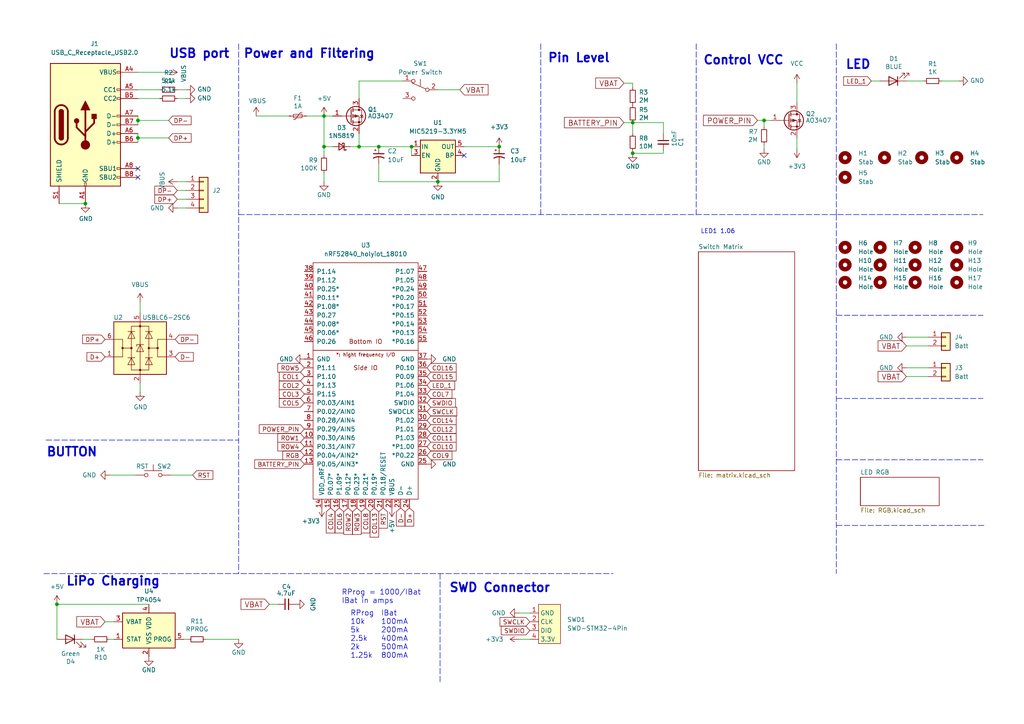
<source format=kicad_sch>
(kicad_sch (version 20211123) (generator eeschema)
  (paper "A4")
  (lib_symbols
    (symbol "Battery_Management:MCP73831-3-OT" (pin_names (offset 1.016))
      (property "Reference" "U" (at -7.62 6.35 0))
      (property "Value" "MCP73831-3-OT" (at 1.27 6.35 0))
      (symbol "MCP73831-3-OT_1_1"
        (pin output line (at 10.16 -2.54 180) (length 2.54) (name "STAT") (number "1"))
        (pin power_in line (at 0 -7.62 90) (length 2.54) (name "VSS") (number "2"))
        (pin power_out line (at 10.16 2.54 180) (length 2.54) (name "VBAT") (number "3"))
        (pin power_in line (at 0 7.62 270) (length 2.54) (name "VDD") (number "4"))
        (pin input line (at -10.16 -2.54 0) (length 2.54) (name "PROG") (number "5"))
      )
    )
    (symbol "Connector:USB_C_Receptacle_USB2.0" (pin_names (offset 1.016))
      (property "Reference" "J" (at -10.16 19.05 0))
      (property "Value" "USB_C_Receptacle_USB2.0" (at 19.05 19.05 0))
      (symbol "USB_C_Receptacle_USB2.0_1_1"
        (pin passive line (at 0 -22.86 90) (length 5.08) (name "GND") (number "A1"))
        (pin passive line (at 0 -22.86 90) (length 5.08) hide (name "GND") (number "A12"))
        (pin passive line (at 15.24 15.24 180) (length 5.08) (name "VBUS") (number "A4"))
        (pin bidirectional line (at 15.24 10.16 180) (length 5.08) (name "CC1") (number "A5"))
        (pin bidirectional line (at 15.24 -2.54 180) (length 5.08) (name "D+") (number "A6"))
        (pin bidirectional line (at 15.24 2.54 180) (length 5.08) (name "D-") (number "A7"))
        (pin bidirectional line (at 15.24 -12.7 180) (length 5.08) (name "SBU1") (number "A8"))
        (pin passive line (at 15.24 15.24 180) (length 5.08) hide (name "VBUS") (number "A9"))
        (pin passive line (at 0 -22.86 90) (length 5.08) hide (name "GND") (number "B1"))
        (pin passive line (at 0 -22.86 90) (length 5.08) hide (name "GND") (number "B12"))
        (pin passive line (at 15.24 15.24 180) (length 5.08) hide (name "VBUS") (number "B4"))
        (pin bidirectional line (at 15.24 7.62 180) (length 5.08) (name "CC2") (number "B5"))
        (pin bidirectional line (at 15.24 -5.08 180) (length 5.08) (name "D+") (number "B6"))
        (pin bidirectional line (at 15.24 0 180) (length 5.08) (name "D-") (number "B7"))
        (pin bidirectional line (at 15.24 -15.24 180) (length 5.08) (name "SBU2") (number "B8"))
        (pin passive line (at 15.24 15.24 180) (length 5.08) hide (name "VBUS") (number "B9"))
        (pin passive line (at -7.62 -22.86 90) (length 5.08) (name "SHIELD") (number "S1"))
      )
    )
    (symbol "Connector_Generic:Conn_01x02" (pin_names (offset 1.016) hide)
      (property "Reference" "J" (at 0 2.54 0))
      (property "Value" "Conn_01x02" (at 0 -5.08 0))
      (symbol "Conn_01x02_1_1"
        (pin passive line (at -5.08 0 0) (length 3.81) (name "Pin_1") (number "1"))
        (pin passive line (at -5.08 -2.54 0) (length 3.81) (name "Pin_2") (number "2"))
      )
    )
    (symbol "Connector_Generic:Conn_01x04" (pin_names (offset 1.016) hide)
      (property "Reference" "J" (at 0 5.08 0))
      (property "Value" "Conn_01x04" (at 0 -7.62 0))
      (symbol "Conn_01x04_1_1"
        (pin passive line (at -5.08 2.54 0) (length 3.81) (name "Pin_1") (number "1"))
        (pin passive line (at -5.08 0 0) (length 3.81) (name "Pin_2") (number "2"))
        (pin passive line (at -5.08 -2.54 0) (length 3.81) (name "Pin_3") (number "3"))
        (pin passive line (at -5.08 -5.08 0) (length 3.81) (name "Pin_4") (number "4"))
      )
    )
    (symbol "Device:C_Polarized_Small_US" (pin_numbers hide) (pin_names (offset 0.254) hide)
      (property "Reference" "C" (at 0.254 1.778 0))
      (property "Value" "C_Polarized_Small_US" (at 0.254 -2.032 0))
      (symbol "C_Polarized_Small_US_1_1"
        (pin passive line (at 0 2.54 270) (length 2.032) (name "~") (number "1"))
        (pin passive line (at 0 -2.54 90) (length 2.032) (name "~") (number "2"))
      )
    )
    (symbol "Device:C_Small" (pin_numbers hide) (pin_names (offset 0.254) hide)
      (property "Reference" "C" (at 0.254 1.778 0))
      (property "Value" "C_Small" (at 0.254 -2.032 0))
      (symbol "C_Small_1_1"
        (pin passive line (at 0 2.54 270) (length 2.032) (name "~") (number "1"))
        (pin passive line (at 0 -2.54 90) (length 2.032) (name "~") (number "2"))
      )
    )
    (symbol "Device:D_Schottky_Small" (pin_numbers hide) (pin_names (offset 0.254) hide)
      (property "Reference" "D" (at -1.27 2.032 0))
      (property "Value" "D_Schottky_Small" (at -7.112 -2.032 0))
      (symbol "D_Schottky_Small_1_1"
        (pin passive line (at -2.54 0 0) (length 1.778) (name "K") (number "1"))
        (pin passive line (at 2.54 0 180) (length 1.778) (name "A") (number "2"))
      )
    )
    (symbol "Device:LED" (pin_numbers hide) (pin_names (offset 1.016) hide)
      (property "Reference" "D" (at 0 2.54 0))
      (property "Value" "LED" (at 0 -2.54 0))
      (symbol "LED_1_1"
        (pin passive line (at -3.81 0 0) (length 2.54) (name "K") (number "1"))
        (pin passive line (at 3.81 0 180) (length 2.54) (name "A") (number "2"))
      )
    )
    (symbol "Device:Q_PMOS_GSD" (pin_names (offset 0) hide)
      (property "Reference" "Q" (at 5.08 1.27 0))
      (property "Value" "Q_PMOS_GSD" (at 5.08 -1.27 0))
      (symbol "Q_PMOS_GSD_1_1"
        (pin input line (at -5.08 0 0) (length 2.54) (name "G") (number "1"))
        (pin passive line (at 2.54 -5.08 90) (length 2.54) (name "S") (number "2"))
        (pin passive line (at 2.54 5.08 270) (length 2.54) (name "D") (number "3"))
      )
    )
    (symbol "Device:R_Small" (pin_numbers hide) (pin_names (offset 0.254) hide)
      (property "Reference" "R" (at 0.762 0.508 0))
      (property "Value" "R_Small" (at 0.762 -1.016 0))
      (symbol "R_Small_1_1"
        (pin passive line (at 0 2.54 270) (length 0.762) (name "~") (number "1"))
        (pin passive line (at 0 -2.54 90) (length 0.762) (name "~") (number "2"))
      )
    )
    (symbol "Mechanical:MountingHole" (pin_names (offset 1.016))
      (property "Reference" "H" (at 0 5.08 0))
      (property "Value" "MountingHole" (at 0 3.175 0))
    )
    (symbol "Power_Protection:USBLC6-2SC6" (pin_names hide)
      (property "Reference" "U" (at 2.54 8.89 0))
      (property "Value" "USBLC6-2SC6" (at 2.54 -8.89 0))
      (symbol "USBLC6-2SC6_1_1"
        (pin passive line (at -10.16 -2.54 0) (length 2.54) (name "I/O1") (number "1"))
        (pin passive line (at 0 -10.16 90) (length 2.54) (name "GND") (number "2"))
        (pin passive line (at 10.16 -2.54 180) (length 2.54) (name "I/O2") (number "3"))
        (pin passive line (at 10.16 2.54 180) (length 2.54) (name "I/O2") (number "4"))
        (pin passive line (at 0 10.16 270) (length 2.54) (name "VBUS") (number "5"))
        (pin passive line (at -10.16 2.54 0) (length 2.54) (name "I/O1") (number "6"))
      )
    )
    (symbol "Regulator_Linear:MIC5219-3.3YM5" (pin_names (offset 0.254))
      (property "Reference" "U" (at -3.81 5.715 0))
      (property "Value" "MIC5219-3.3YM5" (at 0 5.715 0))
      (symbol "MIC5219-3.3YM5_1_1"
        (pin power_in line (at -7.62 2.54 0) (length 2.54) (name "IN") (number "1"))
        (pin power_in line (at 0 -7.62 90) (length 2.54) (name "GND") (number "2"))
        (pin input line (at -7.62 0 0) (length 2.54) (name "EN") (number "3"))
        (pin input line (at 7.62 0 180) (length 2.54) (name "BP") (number "4"))
        (pin power_out line (at 7.62 2.54 180) (length 2.54) (name "OUT") (number "5"))
      )
    )
    (symbol "Switch:SW_Push" (pin_numbers hide) (pin_names (offset 1.016) hide)
      (property "Reference" "SW" (at 1.27 2.54 0))
      (property "Value" "SW_Push" (at 0 -1.524 0))
      (symbol "SW_Push_0_1"
        (pin passive line (at -5.08 0 0) (length 2.54) (name "1") (number "1"))
        (pin passive line (at 5.08 0 180) (length 2.54) (name "2") (number "2"))
      )
    )
    (symbol "Switch:SW_Push_SPDT" (pin_names (offset 0) hide)
      (property "Reference" "SW" (at 0 4.318 0))
      (property "Value" "SW_Push_SPDT" (at 0 -5.08 0))
      (symbol "SW_Push_SPDT_1_1"
        (pin passive line (at 5.08 2.54 180) (length 2.54) (name "A") (number "1"))
        (pin passive line (at -5.08 0 0) (length 2.54) (name "B") (number "2"))
        (pin passive line (at 5.08 -2.54 180) (length 2.54) (name "C") (number "3"))
      )
    )
    (symbol "keeb_parts:Polyfuse_Small" (pin_numbers hide) (pin_names (offset 0))
      (property "Reference" "F" (at -1.905 0 90))
      (property "Value" "keeb_parts_Polyfuse_Small" (at 1.905 0 90))
      (symbol "Polyfuse_Small_1_1"
        (pin passive line (at 0 2.54 270) (length 0.635) (name "~") (number "1"))
        (pin passive line (at 0 -2.54 90) (length 0.635) (name "~") (number "2"))
      )
    )
    (symbol "keeb_parts:R_Small" (pin_numbers hide) (pin_names (offset 0.254) hide)
      (property "Reference" "R" (at 0.762 0.508 0))
      (property "Value" "keeb_parts_R_Small" (at 0.762 -1.016 0))
      (symbol "R_Small_1_1"
        (pin passive line (at 0 2.54 270) (length 0.762) (name "~") (number "1"))
        (pin passive line (at 0 -2.54 90) (length 0.762) (name "~") (number "2"))
      )
    )
    (symbol "keeb_power:GND" (power) (pin_names (offset 0))
      (property "Value" "keeb_power_GND" (at 0 -3.81 0))
      (symbol "GND_1_1"
        (pin power_in line (at 0 0 270) (length 0) hide (name "GND") (number "1"))
      )
    )
    (symbol "keeb_power:VBUS" (power) (pin_names (offset 0))
      (property "Value" "keeb_power_VBUS" (at 0 3.81 0))
      (symbol "VBUS_1_1"
        (pin power_in line (at 0 0 90) (length 0) hide (name "VBUS") (number "1"))
      )
    )
    (symbol "keni242:SWD-STM32-4Pin"
      (property "Reference" "SWD" (at 0 7.62 0))
      (property "Value" "SWD-STM32-4Pin" (at 3.81 0 90))
      (symbol "SWD-STM32-4Pin_1_1"
        (pin bidirectional line (at -6.35 3.81 0) (length 2.54) (name "GND") (number "1"))
        (pin bidirectional line (at -6.35 1.27 0) (length 2.54) (name "CLK") (number "2"))
        (pin bidirectional line (at -6.35 -1.27 0) (length 2.54) (name "DIO") (number "3"))
        (pin bidirectional line (at -6.35 -3.81 0) (length 2.54) (name "3.3V") (number "4"))
      )
    )
    (symbol "kien242:nRF52840_holyiot_18010" (pin_names (offset 1.016))
      (property "Reference" "U" (at -2.54 39.37 0))
      (property "Value" "nRF52840_holyiot_18010" (at 0 36.83 0))
      (symbol "nRF52840_holyiot_18010_0_0"
        (text "*: hight frequency I/O" (at 0 7.62 0) (effects (font (size 1 1))))
        (text "Bottom IO" (at 0 11.43 0) (effects (font (size 1.27 1.27))))
        (text "Side IO" (at 0 3.81 0) (effects (font (size 1.27 1.27))))
      )
      (symbol "nRF52840_holyiot_18010_1_1"
        (pin power_in line (at -17.78 6.35 0) (length 2.54) (name "GND") (number "1"))
        (pin bidirectional line (at -17.78 -16.51 0) (length 2.54) (name "P0.30/AIN6") (number "10"))
        (pin bidirectional line (at -17.78 -19.05 0) (length 2.54) (name "P0.31/AIN7") (number "11"))
        (pin bidirectional line (at -17.78 -21.59 0) (length 2.54) (name "P0.04/AIN2*") (number "12"))
        (pin bidirectional line (at -17.78 -24.13 0) (length 2.54) (name "P0.05/AIN3*") (number "13"))
        (pin power_in line (at -12.7 -36.83 90) (length 2.54) (name "VDD_nRF") (number "14"))
        (pin bidirectional line (at -10.16 -36.83 90) (length 2.54) (name "P0.07*") (number "15"))
        (pin bidirectional line (at -7.62 -36.83 90) (length 2.54) (name "P1.09*") (number "16"))
        (pin bidirectional line (at -5.08 -36.83 90) (length 2.54) (name "P0.12*") (number "17"))
        (pin bidirectional line (at -2.54 -36.83 90) (length 2.54) (name "P0.23*") (number "18"))
        (pin bidirectional line (at 0 -36.83 90) (length 2.54) (name "P0.21*") (number "19"))
        (pin bidirectional line (at -17.78 3.81 0) (length 2.54) (name "P1.11") (number "2"))
        (pin bidirectional line (at 2.54 -36.83 90) (length 2.54) (name "P0.19*") (number "20"))
        (pin input line (at 5.08 -36.83 90) (length 2.54) (name "P0.18/RESET") (number "21"))
        (pin power_in line (at 7.62 -36.83 90) (length 2.54) (name "VBUS") (number "22"))
        (pin bidirectional line (at 10.16 -36.83 90) (length 2.54) (name "D-") (number "23"))
        (pin bidirectional line (at 12.7 -36.83 90) (length 2.54) (name "D+") (number "24"))
        (pin power_in line (at 17.78 -24.13 180) (length 2.54) (name "GND") (number "25"))
        (pin bidirectional line (at 17.78 -21.59 180) (length 2.54) (name "*P0.22") (number "26"))
        (pin bidirectional line (at 17.78 -19.05 180) (length 2.54) (name "*P1.00") (number "27"))
        (pin bidirectional line (at 17.78 -16.51 180) (length 2.54) (name "P1.03") (number "28"))
        (pin bidirectional line (at 17.78 -13.97 180) (length 2.54) (name "P1.01") (number "29"))
        (pin bidirectional line (at -17.78 1.27 0) (length 2.54) (name "P1.10") (number "3"))
        (pin bidirectional line (at 17.78 -11.43 180) (length 2.54) (name "P1.02") (number "30"))
        (pin bidirectional line (at 17.78 -8.89 180) (length 2.54) (name "SWDCLK") (number "31"))
        (pin bidirectional line (at 17.78 -6.35 180) (length 2.54) (name "SWDIO") (number "32"))
        (pin bidirectional line (at 17.78 -3.81 180) (length 2.54) (name "P1.04") (number "33"))
        (pin bidirectional line (at 17.78 -1.27 180) (length 2.54) (name "P1.06") (number "34"))
        (pin bidirectional line (at 17.78 1.27 180) (length 2.54) (name "P0.09") (number "35"))
        (pin bidirectional line (at 17.78 3.81 180) (length 2.54) (name "P0.10") (number "36"))
        (pin power_in line (at 17.78 6.35 180) (length 2.54) (name "GND") (number "37"))
        (pin bidirectional line (at -17.78 31.75 0) (length 2.54) (name "P1.14") (number "38"))
        (pin bidirectional line (at -17.78 29.21 0) (length 2.54) (name "P1.12") (number "39"))
        (pin bidirectional line (at -17.78 -1.27 0) (length 2.54) (name "P1.13") (number "4"))
        (pin bidirectional line (at -17.78 26.67 0) (length 2.54) (name "P0.25*") (number "40"))
        (pin bidirectional line (at -17.78 24.13 0) (length 2.54) (name "P0.11*") (number "41"))
        (pin bidirectional line (at -17.78 21.59 0) (length 2.54) (name "P1.08*") (number "42"))
        (pin bidirectional line (at -17.78 19.05 0) (length 2.54) (name "P0.27") (number "43"))
        (pin bidirectional line (at -17.78 16.51 0) (length 2.54) (name "P0.08*") (number "44"))
        (pin bidirectional line (at -17.78 13.97 0) (length 2.54) (name "P0.06*") (number "45"))
        (pin bidirectional line (at -17.78 11.43 0) (length 2.54) (name "P0.26") (number "46"))
        (pin bidirectional line (at 17.78 31.75 180) (length 2.54) (name "P1.07") (number "47"))
        (pin bidirectional line (at 17.78 29.21 180) (length 2.54) (name "P1.05") (number "48"))
        (pin bidirectional line (at 17.78 26.67 180) (length 2.54) (name "*P0.24") (number "49"))
        (pin bidirectional line (at -17.78 -3.81 0) (length 2.54) (name "P1.15") (number "5"))
        (pin bidirectional line (at 17.78 24.13 180) (length 2.54) (name "*P0.20") (number "50"))
        (pin bidirectional line (at 17.78 21.59 180) (length 2.54) (name "*P0.17") (number "51"))
        (pin bidirectional line (at 17.78 19.05 180) (length 2.54) (name "*P0.15") (number "52"))
        (pin bidirectional line (at 17.78 16.51 180) (length 2.54) (name "*P0.14") (number "53"))
        (pin bidirectional line (at 17.78 13.97 180) (length 2.54) (name "*P0.13") (number "54"))
        (pin bidirectional line (at 17.78 11.43 180) (length 2.54) (name "*P0.16") (number "55"))
        (pin bidirectional line (at -17.78 -6.35 0) (length 2.54) (name "P0.03/AIN1") (number "6"))
        (pin bidirectional line (at -17.78 -8.89 0) (length 2.54) (name "P0.02/AIN0") (number "7"))
        (pin bidirectional line (at -17.78 -11.43 0) (length 2.54) (name "P0.28/AIN4") (number "8"))
        (pin bidirectional line (at -17.78 -13.97 0) (length 2.54) (name "P0.29/AIN5") (number "9"))
      )
    )
    (symbol "power:+3.3V" (power) (pin_names (offset 0))
      (property "Value" "+3.3V" (at 0 3.556 0))
      (symbol "+3.3V_1_1"
        (pin power_in line (at 0 0 90) (length 0) hide (name "+3V3") (number "1"))
      )
    )
    (symbol "power:+5V" (power) (pin_names (offset 0))
      (property "Value" "+5V" (at 0 3.556 0))
      (symbol "+5V_1_1"
        (pin power_in line (at 0 0 90) (length 0) hide (name "+5V") (number "1"))
      )
    )
    (symbol "power:GND" (power) (pin_names (offset 0))
      (property "Value" "GND" (at 0 -3.81 0))
      (symbol "GND_1_1"
        (pin power_in line (at 0 0 270) (length 0) hide (name "GND") (number "1"))
      )
    )
    (symbol "power:VBUS" (power) (pin_names (offset 0))
      (property "Value" "VBUS" (at 0 3.81 0))
      (symbol "VBUS_1_1"
        (pin power_in line (at 0 0 90) (length 0) hide (name "VBUS") (number "1"))
      )
    )
    (symbol "power:VCC" (power) (pin_names (offset 0))
      (property "Value" "VCC" (at 0 3.81 0))
      (symbol "VCC_1_1"
        (pin power_in line (at 0 0 90) (length 0) hide (name "VCC") (number "1"))
      )
    )
  )
  (junction (at 183.515 44.45))
  (junction (at 24.765 59.055))
  (junction (at 93.98 42.545) (diameter 0.9144))
  (junction (at 40.005 40.005))
  (junction (at 40.005 34.925))
  (junction (at 104.14 42.545) (diameter 0.9144))
  (junction (at 119.38 42.545))
  (junction (at 109.855 42.545))
  (junction (at 183.515 35.56) (diameter 0.9144))
  (junction (at 221.615 34.925) (diameter 0.9144))
  (junction (at 127 52.705))
  (junction (at 93.98 33.655) (diameter 0.9144))
  (junction (at 16.51 175.26) (diameter 0.9144))
  (junction (at 144.78 42.545))
  (no_connect (at 134.62 45.085))
  (no_connect (at 40.005 48.895))
  (no_connect (at 40.005 51.435))
  (wire (pts (xy 40.005 26.035) (xy 46.355 26.035)))
  (wire (pts (xy 183.515 44.45) (xy 192.405 44.45)))
  (wire (pts (xy 104.14 42.545) (xy 109.855 42.545)))
  (polyline (pts (xy 12.7 166.37) (xy 177.8 166.37)))
  (wire (pts (xy 134.62 42.545) (xy 144.78 42.545)))
  (wire (pts (xy 16.51 175.26) (xy 43.18 175.26)))
  (wire (pts (xy 40.005 28.575) (xy 46.355 28.575)))
  (wire (pts (xy 48.895 34.925) (xy 40.005 34.925)))
  (wire (pts (xy 16.51 175.26) (xy 16.51 185.42)))
  (wire (pts (xy 59.69 185.42) (xy 69.215 185.42)))
  (wire (pts (xy 40.64 87.63) (xy 40.64 90.805)))
  (wire (pts (xy 180.975 24.13) (xy 183.515 24.13)))
  (wire (pts (xy 183.515 24.13) (xy 183.515 25.4)))
  (wire (pts (xy 93.98 52.705) (xy 93.98 50.165)))
  (wire (pts (xy 40.005 38.735) (xy 40.005 40.005)))
  (polyline (pts (xy 69.215 62.23) (xy 285.115 62.23)))
  (polyline (pts (xy 242.57 152.4) (xy 285.75 152.4)))
  (wire (pts (xy 31.75 137.795) (xy 39.37 137.795)))
  (wire (pts (xy 55.88 137.795) (xy 49.53 137.795)))
  (wire (pts (xy 40.005 34.925) (xy 40.005 36.195)))
  (wire (pts (xy 183.515 44.45) (xy 183.515 43.815)))
  (wire (pts (xy 183.515 35.56) (xy 183.515 38.735)))
  (wire (pts (xy 180.975 35.56) (xy 183.515 35.56)))
  (wire (pts (xy 262.89 97.79) (xy 269.24 97.79)))
  (polyline (pts (xy 69.215 12.7) (xy 69.215 166.37)))
  (wire (pts (xy 53.34 185.42) (xy 54.61 185.42)))
  (wire (pts (xy 262.89 109.22) (xy 269.24 109.22)))
  (wire (pts (xy 74.295 33.655) (xy 83.82 33.655)))
  (wire (pts (xy 40.005 33.655) (xy 40.005 34.925)))
  (wire (pts (xy 262.89 106.68) (xy 269.24 106.68)))
  (wire (pts (xy 51.435 60.325) (xy 53.975 60.325)))
  (wire (pts (xy 150.495 177.8) (xy 153.67 177.8)))
  (wire (pts (xy 219.71 34.925) (xy 221.615 34.925)))
  (wire (pts (xy 93.98 42.545) (xy 93.98 33.655)))
  (wire (pts (xy 221.615 34.925) (xy 223.52 34.925)))
  (wire (pts (xy 24.13 185.42) (xy 26.67 185.42)))
  (wire (pts (xy 40.005 40.005) (xy 48.895 40.005)))
  (wire (pts (xy 273.05 23.495) (xy 278.13 23.495)))
  (wire (pts (xy 51.435 26.035) (xy 53.975 26.035)))
  (wire (pts (xy 109.855 42.545) (xy 119.38 42.545)))
  (wire (pts (xy 51.435 55.245) (xy 53.975 55.245)))
  (wire (pts (xy 144.78 47.625) (xy 144.78 52.705)))
  (wire (pts (xy 93.98 45.085) (xy 93.98 42.545)))
  (wire (pts (xy 192.405 35.56) (xy 192.405 38.735)))
  (wire (pts (xy 30.48 180.34) (xy 33.02 180.34)))
  (wire (pts (xy 144.78 52.705) (xy 127 52.705)))
  (wire (pts (xy 93.98 42.545) (xy 96.52 42.545)))
  (wire (pts (xy 262.89 100.33) (xy 269.24 100.33)))
  (wire (pts (xy 109.855 47.625) (xy 109.855 52.705)))
  (wire (pts (xy 221.615 43.18) (xy 221.615 41.91)))
  (wire (pts (xy 119.38 42.545) (xy 119.38 45.085)))
  (wire (pts (xy 231.14 43.18) (xy 231.14 40.005)))
  (polyline (pts (xy 13.335 127.635) (xy 69.215 127.635)))
  (wire (pts (xy 104.14 38.735) (xy 104.14 42.545)))
  (wire (pts (xy 93.98 33.655) (xy 96.52 33.655)))
  (wire (pts (xy 183.515 35.56) (xy 192.405 35.56)))
  (wire (pts (xy 48.895 20.955) (xy 40.005 20.955)))
  (polyline (pts (xy 242.57 91.44) (xy 285.115 91.44)))
  (polyline (pts (xy 242.57 12.7) (xy 242.57 62.23)))
  (wire (pts (xy 127 26.035) (xy 133.35 26.035)))
  (polyline (pts (xy 201.93 12.7) (xy 201.93 62.23)))
  (wire (pts (xy 262.89 23.495) (xy 267.97 23.495)))
  (wire (pts (xy 53.975 28.575) (xy 51.435 28.575)))
  (polyline (pts (xy 156.845 12.7) (xy 156.845 62.23)))
  (wire (pts (xy 252.73 23.495) (xy 255.27 23.495)))
  (wire (pts (xy 231.14 24.13) (xy 231.14 29.845)))
  (wire (pts (xy 40.64 113.665) (xy 40.64 111.125)))
  (wire (pts (xy 221.615 36.83) (xy 221.615 34.925)))
  (wire (pts (xy 31.75 185.42) (xy 33.02 185.42)))
  (wire (pts (xy 88.9 33.655) (xy 93.98 33.655)))
  (wire (pts (xy 104.14 23.495) (xy 104.14 28.575)))
  (wire (pts (xy 51.435 52.705) (xy 53.975 52.705)))
  (polyline (pts (xy 242.57 62.23) (xy 242.57 166.37)))
  (polyline (pts (xy 242.57 133.35) (xy 285.115 133.35)))
  (wire (pts (xy 192.405 44.45) (xy 192.405 43.815)))
  (wire (pts (xy 51.435 57.785) (xy 53.975 57.785)))
  (wire (pts (xy 101.6 42.545) (xy 104.14 42.545)))
  (wire (pts (xy 17.145 59.055) (xy 24.765 59.055)))
  (wire (pts (xy 109.855 52.705) (xy 127 52.705)))
  (polyline (pts (xy 242.57 115.57) (xy 285.115 115.57)))
  (wire (pts (xy 104.14 23.495) (xy 116.84 23.495)))
  (wire (pts (xy 150.495 185.42) (xy 153.67 185.42)))
  (polyline (pts (xy 127.635 166.37) (xy 127.635 198.12)))
  (wire (pts (xy 40.005 40.005) (xy 40.005 41.275)))
  (wire (pts (xy 78.105 175.26) (xy 80.645 175.26)))
  (text "Control VCC\n" (at 203.835 19.05 0) (effects (font (size 2.54 2.54) (thickness 0.508) bold) (justify left bottom)))
  (text "Power and Filtering" (at 70.485 17.145 0) (effects (font (size 2.54 2.54) (thickness 0.508) bold) (justify left bottom)))
  (text "SWD Connector" (at 130.175 172.085 0) (effects (font (size 2.54 2.54) (thickness 0.508) bold) (justify left bottom)))
  (text "LED \n" (at 245.11 20.32 0) (effects (font (size 2.54 2.54) (thickness 0.508) bold) (justify left bottom)))
  (text "RProg\n10k\n5k\n2.5k\n2k\n1.25k" (at 101.6 191.135 0) (effects (font (size 1.524 1.524)) (justify left bottom)))
  (text "RProg = 1000/IBat\nIBat in amps" (at 99.06 175.26 0) (effects (font (size 1.524 1.524)) (justify left bottom)))
  (text "Pin Level" (at 158.75 18.415 0) (effects (font (size 2.54 2.54) (thickness 0.508) bold) (justify left bottom)))
  (text "IBat\n100mA\n200mA\n400mA\n500mA\n800mA" (at 110.49 191.135 0) (effects (font (size 1.524 1.524)) (justify left bottom)))
  (text "LiPo Charging\n" (at 19.05 170.18 0) (effects (font (size 2.54 2.54) (thickness 0.508) bold) (justify left bottom)))
  (text "LED1 1.06\n" (at 203.2 67.945 0) (effects (font (size 1.27 1.27)) (justify left bottom)))
  (text "BUTTON\n" (at 13.335 132.715 0) (effects (font (size 2.54 2.54) (thickness 0.508) bold) (justify left bottom)))
  (text "USB port\n" (at 48.895 17.145 0) (effects (font (size 2.54 2.54) (thickness 0.508) bold) (justify left bottom)))
  (global_label "D+" (shape input) (at 30.48 103.505 180) (property "Intersheet References" "${INTERSHEET_REFS}" (effects hide)))
  (global_label "COL8" (shape input) (at 106.045 147.32 270) (property "Intersheet References" "${INTERSHEET_REFS}" (effects hide)))
  (global_label "LED_1" (shape input) (at 252.73 23.495 180) (property "Intersheet References" "${INTERSHEET_REFS}" (effects hide)))
  (global_label "COL7" (shape input) (at 123.825 114.3 0) (property "Intersheet References" "${INTERSHEET_REFS}" (effects hide)))
  (global_label "SWDIO" (shape input) (at 153.67 182.88 180) (property "Intersheet References" "${INTERSHEET_REFS}" (effects hide)))
  (global_label "COL15" (shape input) (at 123.825 109.22 0) (property "Intersheet References" "${INTERSHEET_REFS}" (effects hide)))
  (global_label "BATTERY_PIN" (shape input) (at 180.975 35.56 180) (effects (font (size 1.524 1.524))) (property "Intersheet References" "${INTERSHEET_REFS}" (effects hide)))
  (global_label "RST" (shape input) (at 55.88 137.795 0) (property "Intersheet References" "${INTERSHEET_REFS}" (effects hide)))
  (global_label "DP-" (shape input) (at 51.435 55.245 180) (property "Intersheet References" "${INTERSHEET_REFS}" (effects hide)))
  (global_label "ROW2" (shape input) (at 100.965 147.32 270) (property "Intersheet References" "${INTERSHEET_REFS}" (effects hide)))
  (global_label "SWCLK" (shape input) (at 123.825 119.38 0) (property "Intersheet References" "${INTERSHEET_REFS}" (effects hide)))
  (global_label "COL2" (shape input) (at 88.265 111.76 180) (property "Intersheet References" "${INTERSHEET_REFS}" (effects hide)))
  (global_label "VBAT" (shape input) (at 30.48 180.34 180) (effects (font (size 1.524 1.524))) (property "Intersheet References" "${INTERSHEET_REFS}" (effects hide)))
  (global_label "POWER_PIN" (shape input) (at 88.265 124.46 180) (property "Intersheet References" "${INTERSHEET_REFS}" (effects hide)))
  (global_label "SWDIO" (shape input) (at 123.825 116.84 0) (property "Intersheet References" "${INTERSHEET_REFS}" (effects hide)))
  (global_label "ROW1" (shape input) (at 88.265 127 180) (property "Intersheet References" "${INTERSHEET_REFS}" (effects hide)))
  (global_label "D-" (shape input) (at 50.8 103.505 0) (property "Intersheet References" "${INTERSHEET_REFS}" (effects hide)))
  (global_label "D+" (shape input) (at 118.745 147.32 270) (property "Intersheet References" "${INTERSHEET_REFS}" (effects hide)))
  (global_label "ROW4" (shape input) (at 88.265 129.54 180) (property "Intersheet References" "${INTERSHEET_REFS}" (effects hide)))
  (global_label "ROW3" (shape input) (at 103.505 147.32 270) (property "Intersheet References" "${INTERSHEET_REFS}" (effects hide)))
  (global_label "DP+" (shape input) (at 30.48 98.425 180) (property "Intersheet References" "${INTERSHEET_REFS}" (effects hide)))
  (global_label "POWER_PIN" (shape input) (at 219.71 34.925 180) (effects (font (size 1.524 1.524))) (property "Intersheet References" "${INTERSHEET_REFS}" (effects hide)))
  (global_label "LED_1" (shape input) (at 123.825 111.76 0) (property "Intersheet References" "${INTERSHEET_REFS}" (effects hide)))
  (global_label "ROW5" (shape input) (at 88.265 106.68 180) (property "Intersheet References" "${INTERSHEET_REFS}" (effects hide)))
  (global_label "COL3" (shape input) (at 88.265 114.3 180) (property "Intersheet References" "${INTERSHEET_REFS}" (effects hide)))
  (global_label "DP-" (shape input) (at 50.8 98.425 0) (property "Intersheet References" "${INTERSHEET_REFS}" (effects hide)))
  (global_label "BATTERY_PIN" (shape input) (at 88.265 134.62 180) (property "Intersheet References" "${INTERSHEET_REFS}" (effects hide)))
  (global_label "VBAT" (shape input) (at 262.89 100.33 180) (effects (font (size 1.524 1.524))) (property "Intersheet References" "${INTERSHEET_REFS}" (effects hide)))
  (global_label "SWCLK" (shape input) (at 153.67 180.34 180) (property "Intersheet References" "${INTERSHEET_REFS}" (effects hide)))
  (global_label "VBAT" (shape input) (at 262.89 109.22 180) (effects (font (size 1.524 1.524))) (property "Intersheet References" "${INTERSHEET_REFS}" (effects hide)))
  (global_label "COL13" (shape input) (at 108.585 147.32 270) (property "Intersheet References" "${INTERSHEET_REFS}" (effects hide)))
  (global_label "COL6" (shape input) (at 98.425 147.32 270) (property "Intersheet References" "${INTERSHEET_REFS}" (effects hide)))
  (global_label "COL5" (shape input) (at 88.265 116.84 180) (property "Intersheet References" "${INTERSHEET_REFS}" (effects hide)))
  (global_label "VBAT" (shape input) (at 180.975 24.13 180) (effects (font (size 1.524 1.524))) (property "Intersheet References" "${INTERSHEET_REFS}" (effects hide)))
  (global_label "VBAT" (shape input) (at 133.35 26.035 0) (effects (font (size 1.524 1.524))) (property "Intersheet References" "${INTERSHEET_REFS}" (effects hide)))
  (global_label "D-" (shape input) (at 116.205 147.32 270) (property "Intersheet References" "${INTERSHEET_REFS}" (effects hide)))
  (global_label "COL14" (shape input) (at 123.825 121.92 0) (property "Intersheet References" "${INTERSHEET_REFS}" (effects hide)))
  (global_label "COL10" (shape input) (at 123.825 129.54 0) (property "Intersheet References" "${INTERSHEET_REFS}" (effects hide)))
  (global_label "COL11" (shape input) (at 123.825 127 0) (property "Intersheet References" "${INTERSHEET_REFS}" (effects hide)))
  (global_label "RST" (shape input) (at 111.125 147.32 270) (property "Intersheet References" "${INTERSHEET_REFS}" (effects hide)))
  (global_label "COL9" (shape input) (at 123.825 132.08 0) (property "Intersheet References" "${INTERSHEET_REFS}" (effects hide)))
  (global_label "RGB" (shape input) (at 88.265 132.08 180) (property "Intersheet References" "${INTERSHEET_REFS}" (effects hide)))
  (global_label "COL1" (shape input) (at 88.265 109.22 180) (property "Intersheet References" "${INTERSHEET_REFS}" (effects hide)))
  (global_label "DP+" (shape input) (at 51.435 57.785 180) (property "Intersheet References" "${INTERSHEET_REFS}" (effects hide)))
  (global_label "COL16" (shape input) (at 123.825 106.68 0) (property "Intersheet References" "${INTERSHEET_REFS}" (effects hide)))
  (global_label "VBAT" (shape input) (at 78.105 175.26 180) (effects (font (size 1.524 1.524))) (property "Intersheet References" "${INTERSHEET_REFS}" (effects hide)))
  (global_label "COL12" (shape input) (at 123.825 124.46 0) (property "Intersheet References" "${INTERSHEET_REFS}" (effects hide)))
  (global_label "DP+" (shape input) (at 48.895 40.005 0) (property "Intersheet References" "${INTERSHEET_REFS}" (effects hide)))
  (global_label "COL4" (shape input) (at 95.885 147.32 270) (property "Intersheet References" "${INTERSHEET_REFS}" (effects hide)))
  (global_label "DP-" (shape input) (at 48.895 34.925 0) (property "Intersheet References" "${INTERSHEET_REFS}" (effects hide)))
  (symbol (lib_id "Device:Q_PMOS_GSD") (at 228.6 34.925 0) (unit 1)
    (property "Reference" "Q2" (at 233.68 33.02 0) (effects (justify left)))
    (property "Value" "AO3407" (at 233.68 34.925 0) (effects (justify left)))
    (property "Footprint" "Package_TO_SOT_SMD:SOT-23" (effects hide))
  )
  (symbol (lib_id "Device:D_Schottky_Small") (at 99.06 42.545 180) (unit 1)
    (property "Reference" "D3" (at 99.06 37.0586 0))
    (property "Value" "1N5819" (at 99.06 39.37 0))
    (property "Footprint" "Diode_SMD:D_SOD-323_HandSoldering" (effects hide))
  )
  (symbol (lib_id "Device:C_Small") (at 83.185 175.26 90) (unit 1)
    (property "Reference" "C4" (at 84.4549 170.18 90) (effects (justify left)))
    (property "Value" "4.7uF" (at 85.725 172.085 90) (effects (justify left)))
    (property "Footprint" "Capacitor_SMD:C_0603_1608Metric" (effects hide))
  )
  (symbol (lib_id "power:GND") (at 150.495 177.8 270) (mirror x) (unit 1)
    (property "Reference" "#PWR032" (effects hide))
    (property "Value" "GND" (at 146.685 177.8001 90) (effects (justify right)))
  )
  (symbol (lib_id "keeb_power:GND") (at 40.64 113.665 0) (unit 1)
    (property "Reference" "#PWR021" (effects hide))
    (property "Value" "GND" (at 40.767 118.0592 0))
  )
  (symbol (lib_id "Device:R_Small") (at 183.515 27.94 0) (unit 1)
    (property "Reference" "R3" (at 185.293 26.7716 0) (effects (justify left)))
    (property "Value" "2M" (at 185.293 29.083 0) (effects (justify left)))
    (property "Footprint" "Resistor_SMD:R_0603_1608Metric" (effects hide))
  )
  (symbol (lib_id "Mechanical:MountingHole") (at 245.11 71.755 0) (unit 1)
    (property "Reference" "H6" (at 248.92 70.4849 0) (effects (justify left)))
    (property "Value" "Hole" (at 248.92 73.0249 0) (effects (justify left)))
    (property "Footprint" "Peach-library:Hole-2" (effects hide))
  )
  (symbol (lib_id "keeb_power:VBUS") (at 51.435 52.705 90) (unit 1)
    (property "Reference" "#PWR013" (effects hide))
    (property "Value" "VBUS" (at 47.0408 52.324 0))
  )
  (symbol (lib_id "Device:R_Small") (at 183.515 41.275 0) (unit 1)
    (property "Reference" "R8" (at 185.293 40.1066 0) (effects (justify left)))
    (property "Value" "10M" (at 185.293 42.418 0) (effects (justify left)))
    (property "Footprint" "Resistor_SMD:R_0603_1608Metric" (effects hide))
  )
  (symbol (lib_id "power:+5V") (at 113.665 147.32 180) (unit 1)
    (property "Reference" "#PWR028" (effects hide))
    (property "Value" "+5V" (at 113.665 154.7494 90) (effects (justify right)))
  )
  (symbol (lib_id "power:GND") (at 262.89 97.79 270) (unit 1)
    (property "Reference" "#PWR022" (effects hide))
    (property "Value" "GND" (at 259.08 97.7899 90) (effects (justify right)))
  )
  (symbol (lib_id "Mechanical:MountingHole") (at 255.27 81.915 0) (unit 1)
    (property "Reference" "H15" (at 259.08 80.6449 0) (effects (justify left)))
    (property "Value" "Hole" (at 259.08 83.1849 0) (effects (justify left)))
    (property "Footprint" "Peach-library:Hole-2" (effects hide))
  )
  (symbol (lib_id "Connector:USB_C_Receptacle_USB2.0") (at 24.765 36.195 0) (unit 1)
    (property "Reference" "J1" (at 27.432 12.7 0))
    (property "Value" "USB_C_Receptacle_USB2.0" (at 27.432 15.24 0))
    (property "Footprint" "kien242:USB-C-16pin-hight" (effects hide))
    (property "Datasheet" "https://www.usb.org/sites/default/files/documents/usb_type-c.zip" (effects hide))
  )
  (symbol (lib_id "power:GND") (at 278.13 23.495 90) (unit 1)
    (property "Reference" "#PWR02" (effects hide))
    (property "Value" "GND" (at 281.3812 23.368 90) (effects (justify right)))
  )
  (symbol (lib_id "Device:R_Small") (at 183.515 33.02 0) (unit 1)
    (property "Reference" "R5" (at 185.293 31.8516 0) (effects (justify left)))
    (property "Value" "2M" (at 185.293 34.163 0) (effects (justify left)))
    (property "Footprint" "Resistor_SMD:R_0603_1608Metric" (effects hide))
  )
  (symbol (lib_id "Device:C_Polarized_Small_US") (at 109.855 45.085 0) (unit 1)
    (property "Reference" "C2" (at 112.395 43.8149 0) (effects (justify left)))
    (property "Value" "10uF" (at 112.395 46.3549 0) (effects (justify left)))
    (property "Footprint" "Capacitor_Tantalum_SMD:CP_EIA-3216-12_Kemet-S" (effects hide))
  )
  (symbol (lib_id "power:GND") (at 221.615 43.18 0) (unit 1)
    (property "Reference" "#PWR010" (effects hide))
    (property "Value" "GND" (at 221.615 46.99 0))
  )
  (symbol (lib_id "Mechanical:MountingHole") (at 277.495 45.72 0) (unit 1)
    (property "Reference" "H4" (at 281.305 44.4499 0) (effects (justify left)))
    (property "Value" "Stab" (at 281.305 46.9899 0) (effects (justify left)))
    (property "Footprint" "kien242:Stab" (effects hide))
  )
  (symbol (lib_id "power:GND") (at 51.435 60.325 270) (unit 1)
    (property "Reference" "#PWR017" (effects hide))
    (property "Value" "GND" (at 47.625 60.3249 90) (effects (justify right)))
  )
  (symbol (lib_id "power:GND") (at 31.75 137.795 270) (unit 1)
    (property "Reference" "#PWR025" (effects hide))
    (property "Value" "GND" (at 27.94 137.7949 90) (effects (justify right)))
  )
  (symbol (lib_id "Device:LED") (at 259.08 23.495 180) (unit 1)
    (property "Reference" "D1" (at 259.2578 17.018 0))
    (property "Value" "BLUE" (at 259.2578 19.3294 0))
    (property "Footprint" "LED_SMD:LED_0603_1608Metric" (effects hide))
    (property "LCSC Part Number" "C375446" (effects hide))
    (property "LCSC" "C375446" (effects hide))
  )
  (symbol (lib_id "Device:C_Polarized_Small_US") (at 144.78 45.085 0) (unit 1)
    (property "Reference" "C3" (at 147.955 43.8149 0) (effects (justify left)))
    (property "Value" "10uF" (at 147.955 46.3549 0) (effects (justify left)))
    (property "Footprint" "Capacitor_Tantalum_SMD:CP_EIA-3216-12_Kemet-S" (effects hide))
  )
  (symbol (lib_id "Mechanical:MountingHole") (at 245.11 76.835 0) (unit 1)
    (property "Reference" "H10" (at 248.92 75.5649 0) (effects (justify left)))
    (property "Value" "Hole" (at 248.92 78.1049 0) (effects (justify left)))
    (property "Footprint" "Peach-library:Hole-2" (effects hide))
  )
  (symbol (lib_id "Regulator_Linear:MIC5219-3.3YM5") (at 127 45.085 0) (unit 1)
    (property "Reference" "U1" (at 127 35.56 0))
    (property "Value" "MIC5219-3.3YM5" (at 127 38.1 0))
    (property "Footprint" "Package_TO_SOT_SMD:SOT-23-5" (effects hide))
    (property "Datasheet" "http://ww1.microchip.com/downloads/en/DeviceDoc/MIC5219-500mA-Peak-Output-LDO-Regulator-DS20006021A.pdf" (effects hide))
  )
  (symbol (lib_id "power:GND") (at 69.215 185.42 0) (unit 1)
    (property "Reference" "#PWR033" (effects hide))
    (property "Value" "GND" (at 69.215 189.23 0))
  )
  (symbol (lib_id "Mechanical:MountingHole") (at 265.43 81.915 0) (unit 1)
    (property "Reference" "H16" (at 269.24 80.6449 0) (effects (justify left)))
    (property "Value" "Hole" (at 269.24 83.1849 0) (effects (justify left)))
    (property "Footprint" "Peach-library:Hole-2" (effects hide))
  )
  (symbol (lib_id "Device:R_Small") (at 93.98 47.625 0) (mirror y) (unit 1)
    (property "Reference" "R9" (at 92.202 46.4566 0) (effects (justify left)))
    (property "Value" "100K" (at 92.202 48.768 0) (effects (justify left)))
    (property "Footprint" "Resistor_SMD:R_0603_1608Metric" (effects hide))
  )
  (symbol (lib_id "Mechanical:MountingHole") (at 245.11 81.915 0) (unit 1)
    (property "Reference" "H14" (at 248.92 80.6449 0) (effects (justify left)))
    (property "Value" "Hole" (at 248.92 83.1849 0) (effects (justify left)))
    (property "Footprint" "Peach-library:Hole-2" (effects hide))
  )
  (symbol (lib_id "Mechanical:MountingHole") (at 245.11 51.435 0) (unit 1)
    (property "Reference" "H5" (at 248.92 50.1649 0) (effects (justify left)))
    (property "Value" "Stab" (at 248.92 52.7049 0) (effects (justify left)))
    (property "Footprint" "kien242:Stab" (effects hide))
  )
  (symbol (lib_id "Device:C_Small") (at 192.405 41.275 0) (unit 1)
    (property "Reference" "C1" (at 197.485 42.5449 90) (effects (justify left)))
    (property "Value" "10nF" (at 195.58 42.5449 90) (effects (justify left)))
    (property "Footprint" "Capacitor_SMD:C_0603_1608Metric" (effects hide))
  )
  (symbol (lib_id "Battery_Management:MCP73831-3-OT") (at 43.18 182.88 0) (mirror y) (unit 1)
    (property "Reference" "U4" (at 43.18 171.45 0))
    (property "Value" "TP4054" (at 43.18 173.99 0))
    (property "Footprint" "Package_TO_SOT_SMD:SOT-23-5" (effects hide))
    (property "Datasheet" "http://ww1.microchip.com/downloads/en/DeviceDoc/20001984g.pdf" (effects hide))
  )
  (symbol (lib_id "power:GND") (at 127 52.705 0) (unit 1)
    (property "Reference" "#PWR015" (effects hide))
    (property "Value" "GND" (at 127 57.15 0))
  )
  (symbol (lib_id "power:+3.3V") (at 150.495 185.42 90) (mirror x) (unit 1)
    (property "Reference" "#PWR034" (effects hide))
    (property "Value" "+3.3V" (at 146.05 185.4201 90) (effects (justify left)))
  )
  (symbol (lib_id "power:GND") (at 88.265 104.14 270) (unit 1)
    (property "Reference" "#PWR019" (effects hide))
    (property "Value" "GND" (at 85.09 104.1399 90) (effects (justify right)))
  )
  (symbol (lib_id "Device:R_Small") (at 270.51 23.495 270) (unit 1)
    (property "Reference" "R1" (at 270.51 18.5166 90))
    (property "Value" "1K" (at 270.51 20.828 90))
    (property "Footprint" "Resistor_SMD:R_0603_1608Metric" (effects hide))
    (property "LCSC Part Number" "C21190" (effects hide))
    (property "LCSC" "C21190" (effects hide))
  )
  (symbol (lib_id "Mechanical:MountingHole") (at 256.54 45.72 0) (unit 1)
    (property "Reference" "H2" (at 260.35 44.4499 0) (effects (justify left)))
    (property "Value" "Stab" (at 260.35 46.9899 0) (effects (justify left)))
    (property "Footprint" "kien242:Stab" (effects hide))
  )
  (symbol (lib_id "power:+3.3V") (at 93.345 147.32 180) (unit 1)
    (property "Reference" "#PWR027" (effects hide))
    (property "Value" "+3.3V" (at 90.17 151.13 0))
  )
  (symbol (lib_id "Device:LED") (at 20.32 185.42 0) (mirror y) (unit 1)
    (property "Reference" "D4" (at 20.4978 191.897 0))
    (property "Value" "Green" (at 20.4978 189.5856 0))
    (property "Footprint" "LED_SMD:LED_0603_1608Metric" (effects hide))
  )
  (symbol (lib_id "power:VCC") (at 231.14 24.13 0) (unit 1)
    (property "Reference" "#PWR03" (effects hide))
    (property "Value" "VCC" (at 231.14 18.415 0))
  )
  (symbol (lib_id "Power_Protection:USBLC6-2SC6") (at 40.64 100.965 0) (unit 1)
    (property "Reference" "U2" (at 34.29 92.075 0))
    (property "Value" "USBLC6-2SC6" (at 48.26 92.075 0))
    (property "Footprint" "Package_TO_SOT_SMD:SOT-23-6" (effects hide))
    (property "Datasheet" "https://www.st.com/resource/en/datasheet/usblc6-2.pdf" (effects hide))
  )
  (symbol (lib_id "keeb_power:VBUS") (at 74.295 33.655 0) (unit 1)
    (property "Reference" "#PWR06" (effects hide))
    (property "Value" "VBUS" (at 74.676 29.2608 0))
  )
  (symbol (lib_id "power:GND") (at 123.825 134.62 90) (unit 1)
    (property "Reference" "#PWR024" (effects hide))
    (property "Value" "GND" (at 128.27 134.6199 90) (effects (justify right)))
  )
  (symbol (lib_id "power:GND") (at 43.18 190.5 0) (unit 1)
    (property "Reference" "#PWR035" (effects hide))
    (property "Value" "GND" (at 43.18 194.31 0))
  )
  (symbol (lib_id "power:GND") (at 85.725 175.26 90) (unit 1)
    (property "Reference" "#PWR031" (effects hide))
    (property "Value" "GND" (at 90.805 175.26 0))
  )
  (symbol (lib_id "Mechanical:MountingHole") (at 277.495 76.835 0) (unit 1)
    (property "Reference" "H13" (at 280.67 75.5649 0) (effects (justify left)))
    (property "Value" "Hole" (at 280.67 78.1049 0) (effects (justify left)))
    (property "Footprint" "Peach-library:Hole-2" (effects hide))
  )
  (symbol (lib_id "keeb_parts:R_Small") (at 48.895 26.035 90) (mirror x) (unit 1)
    (property "Reference" "R2" (at 48.895 21.0566 90))
    (property "Value" "5.1k" (at 48.895 23.368 90))
    (property "Footprint" "Resistor_SMD:R_0603_1608Metric" (effects hide))
  )
  (symbol (lib_id "Mechanical:MountingHole") (at 265.43 76.835 0) (unit 1)
    (property "Reference" "H12" (at 269.24 75.5649 0) (effects (justify left)))
    (property "Value" "Hole" (at 269.24 78.1049 0) (effects (justify left)))
    (property "Footprint" "Peach-library:Hole-2" (effects hide))
  )
  (symbol (lib_id "keeb_power:GND") (at 53.975 28.575 90) (unit 1)
    (property "Reference" "#PWR05" (effects hide))
    (property "Value" "GND" (at 57.2262 28.448 90) (effects (justify right)))
  )
  (symbol (lib_id "keeb_power:GND") (at 24.765 59.055 0) (unit 1)
    (property "Reference" "#PWR016" (effects hide))
    (property "Value" "GND" (at 24.892 63.4492 0))
  )
  (symbol (lib_id "keeb_parts:Polyfuse_Small") (at 86.36 33.655 270) (unit 1)
    (property "Reference" "F1" (at 86.36 28.448 90))
    (property "Value" "1A" (at 86.36 30.7594 90))
    (property "Footprint" "Fuse:Fuse_1206_3216Metric" (effects hide))
  )
  (symbol (lib_id "Mechanical:MountingHole") (at 267.335 45.72 0) (unit 1)
    (property "Reference" "H3" (at 271.145 44.4499 0) (effects (justify left)))
    (property "Value" "Stab" (at 271.145 46.9899 0) (effects (justify left)))
    (property "Footprint" "kien242:Stab" (effects hide))
  )
  (symbol (lib_id "Device:Q_PMOS_GSD") (at 101.6 33.655 0) (unit 1)
    (property "Reference" "Q1" (at 106.68 31.75 0) (effects (justify left)))
    (property "Value" "AO3407" (at 106.68 33.655 0) (effects (justify left)))
    (property "Footprint" "Package_TO_SOT_SMD:SOT-23" (effects hide))
  )
  (symbol (lib_id "Mechanical:MountingHole") (at 277.495 81.915 0) (unit 1)
    (property "Reference" "H17" (at 280.67 80.6449 0) (effects (justify left)))
    (property "Value" "Hole" (at 280.67 83.1849 0) (effects (justify left)))
    (property "Footprint" "Peach-library:Hole-2" (effects hide))
  )
  (symbol (lib_id "keeb_parts:R_Small") (at 48.895 28.575 270) (unit 1)
    (property "Reference" "R4" (at 48.895 23.5966 90))
    (property "Value" "5.1k" (at 48.895 25.908 90))
    (property "Footprint" "Resistor_SMD:R_0603_1608Metric" (effects hide))
  )
  (symbol (lib_id "Connector_Generic:Conn_01x04") (at 59.055 55.245 0) (unit 1)
    (property "Reference" "J2" (at 61.595 55.2449 0) (effects (justify left)))
    (property "Value" " " (at 61.595 57.7849 0) (effects (justify left)))
    (property "Footprint" "kien242:USB-Connector" (effects hide))
  )
  (symbol (lib_id "Device:R_Small") (at 221.615 39.37 0) (mirror y) (unit 1)
    (property "Reference" "R7" (at 219.837 38.2016 0) (effects (justify left)))
    (property "Value" "2M" (at 219.837 40.513 0) (effects (justify left)))
    (property "Footprint" "Resistor_SMD:R_0603_1608Metric" (effects hide))
  )
  (symbol (lib_id "kien242:nRF52840_holyiot_18010") (at 106.045 110.49 0) (unit 1)
    (property "Reference" "U3" (at 106.045 71.12 0))
    (property "Value" "nRF52840_holyiot_18010" (at 106.045 73.66 0))
    (property "Footprint" "kien242:nRF52840_holyiot_18010_HS_simple" (effects hide))
    (property "Datasheet" "http://www.holyiot.com/tp/2019042516322180424.pdf" (effects hide))
  )
  (symbol (lib_id "Connector_Generic:Conn_01x02") (at 274.32 106.68 0) (unit 1)
    (property "Reference" "J3" (at 276.86 106.6799 0) (effects (justify left)))
    (property "Value" "Batt" (at 276.86 109.2199 0) (effects (justify left)))
    (property "Footprint" "Peach-library:Battery-connec" (effects hide))
  )
  (symbol (lib_id "Connector_Generic:Conn_01x02") (at 274.32 97.79 0) (unit 1)
    (property "Reference" "J4" (at 276.86 97.7899 0) (effects (justify left)))
    (property "Value" "Batt" (at 276.86 100.3299 0) (effects (justify left)))
    (property "Footprint" "Connector_JST:JST_PH_S2B-PH-K_1x02_P2.00mm_Horizontal" (effects hide))
  )
  (symbol (lib_id "Mechanical:MountingHole") (at 277.495 71.755 0) (unit 1)
    (property "Reference" "H9" (at 280.67 70.4849 0) (effects (justify left)))
    (property "Value" "Hole" (at 280.67 73.0249 0) (effects (justify left)))
    (property "Footprint" "Peach-library:Hole-2" (effects hide))
  )
  (symbol (lib_id "keni242:SWD-STM32-4Pin") (at 160.02 181.61 0) (unit 1)
    (property "Reference" "SWD1" (at 164.465 179.7049 0) (effects (justify left)))
    (property "Value" "SWD-STM32-4Pin" (at 164.465 182.2449 0) (effects (justify left)))
    (property "Footprint" "kien242:SWD-4Pin" (effects hide))
  )
  (symbol (lib_id "Switch:SW_Push") (at 44.45 137.795 0) (unit 1)
    (property "Reference" "SW2" (at 47.625 135.255 0))
    (property "Value" "RST" (at 41.275 135.255 0))
    (property "Footprint" "Button_Switch_SMD:SW_SPST_TL3342" (effects hide))
  )
  (symbol (lib_id "power:VBUS") (at 40.64 87.63 0) (unit 1)
    (property "Reference" "#PWR018" (effects hide))
    (property "Value" "VBUS" (at 40.64 82.55 0))
  )
  (symbol (lib_id "power:+3.3V") (at 144.78 42.545 0) (unit 1)
    (property "Reference" "#PWR09" (effects hide))
    (property "Value" "+3.3V" (at 144.78 36.83 0))
  )
  (symbol (lib_id "power:GND") (at 262.89 106.68 270) (unit 1)
    (property "Reference" "#PWR0101" (effects hide))
    (property "Value" "GND" (at 259.08 106.6799 90) (effects (justify right)))
  )
  (symbol (lib_id "Device:R_Small") (at 29.21 185.42 90) (mirror x) (unit 1)
    (property "Reference" "R10" (at 29.21 190.6778 90))
    (property "Value" "1K" (at 29.21 188.3664 90))
    (property "Footprint" "Resistor_SMD:R_0603_1608Metric" (effects hide))
  )
  (symbol (lib_id "power:GND") (at 183.515 44.45 0) (unit 1)
    (property "Reference" "#PWR012" (effects hide))
    (property "Value" "GND" (at 183.515 48.26 0))
  )
  (symbol (lib_id "power:GND") (at 123.825 104.14 90) (unit 1)
    (property "Reference" "#PWR020" (effects hide))
    (property "Value" "GND" (at 128.27 104.1399 90) (effects (justify right)))
  )
  (symbol (lib_id "Mechanical:MountingHole") (at 255.27 71.755 0) (unit 1)
    (property "Reference" "H7" (at 259.08 70.4849 0) (effects (justify left)))
    (property "Value" "Hole" (at 259.08 73.0249 0) (effects (justify left)))
    (property "Footprint" "Peach-library:Hole-2" (effects hide))
  )
  (symbol (lib_id "Mechanical:MountingHole") (at 245.11 45.72 0) (unit 1)
    (property "Reference" "H1" (at 248.92 44.4499 0) (effects (justify left)))
    (property "Value" "Stab" (at 248.92 46.9899 0) (effects (justify left)))
    (property "Footprint" "kien242:Stab" (effects hide))
  )
  (symbol (lib_id "Device:R_Small") (at 57.15 185.42 90) (mirror x) (unit 1)
    (property "Reference" "R11" (at 57.15 180.1622 90))
    (property "Value" "RPROG" (at 57.15 182.4736 90))
    (property "Footprint" "Resistor_SMD:R_0603_1608Metric" (effects hide))
  )
  (symbol (lib_id "Mechanical:MountingHole") (at 265.43 71.755 0) (unit 1)
    (property "Reference" "H8" (at 269.24 70.4849 0) (effects (justify left)))
    (property "Value" "Hole" (at 269.24 73.0249 0) (effects (justify left)))
    (property "Footprint" "Peach-library:Hole-2" (effects hide))
  )
  (symbol (lib_id "power:+5V") (at 93.98 33.655 0) (unit 1)
    (property "Reference" "#PWR07" (effects hide))
    (property "Value" "+5V" (at 93.98 28.575 0))
  )
  (symbol (lib_id "Mechanical:MountingHole") (at 255.27 76.835 0) (unit 1)
    (property "Reference" "H11" (at 259.08 75.5649 0) (effects (justify left)))
    (property "Value" "Hole" (at 259.08 78.1049 0) (effects (justify left)))
    (property "Footprint" "Peach-library:Hole-2" (effects hide))
  )
  (symbol (lib_id "power:+5V") (at 16.51 175.26 0) (unit 1)
    (property "Reference" "#PWR030" (effects hide))
    (property "Value" "+5V" (at 16.51 170.18 0))
  )
  (symbol (lib_id "power:+3.3V") (at 231.14 43.18 180) (unit 1)
    (property "Reference" "#PWR011" (effects hide))
    (property "Value" "+3.3V" (at 231.14 48.26 0))
  )
  (symbol (lib_id "keeb_power:GND") (at 53.975 26.035 90) (unit 1)
    (property "Reference" "#PWR04" (effects hide))
    (property "Value" "GND" (at 57.2262 25.908 90) (effects (justify right)))
  )
  (symbol (lib_id "power:GND") (at 93.98 52.705 0) (unit 1)
    (property "Reference" "#PWR014" (effects hide))
    (property "Value" "GND" (at 93.98 56.515 0))
  )
  (symbol (lib_id "Switch:SW_Push_SPDT") (at 121.92 26.035 0) (mirror y) (unit 1)
    (property "Reference" "SW1" (at 121.92 18.415 0))
    (property "Value" "Power Switch" (at 121.92 20.955 0))
    (property "Footprint" "Button_Switch_SMD:SW_SPDT_PCM12" (effects hide))
  )
  (symbol (lib_id "keeb_power:VBUS") (at 48.895 20.955 270) (unit 1)
    (property "Reference" "#PWR01" (effects hide))
    (property "Value" "VBUS" (at 53.2892 21.336 0))
  )
  (sheet (at 202.565 73.025) (size 27.94 63.5)
    (property "Sheet name" "Switch Matrix" (at 202.565 72.3134 0) (effects (justify left bottom)))
    (property "Sheet file" "matrix.kicad_sch" (at 202.565 137.1096 0) (effects (justify left top)))
  )
  (sheet (at 249.555 138.43) (size 22.86 8.255) (stroke (width 0.1524))
    (property "Sheet name" "LED RGB" (at 249.555 137.7184 0) (effects (justify left bottom)))
    (property "Sheet file" "RGB.kicad_sch" (at 249.555 147.2696 0) (effects (justify left top)))
  )
)
</source>
